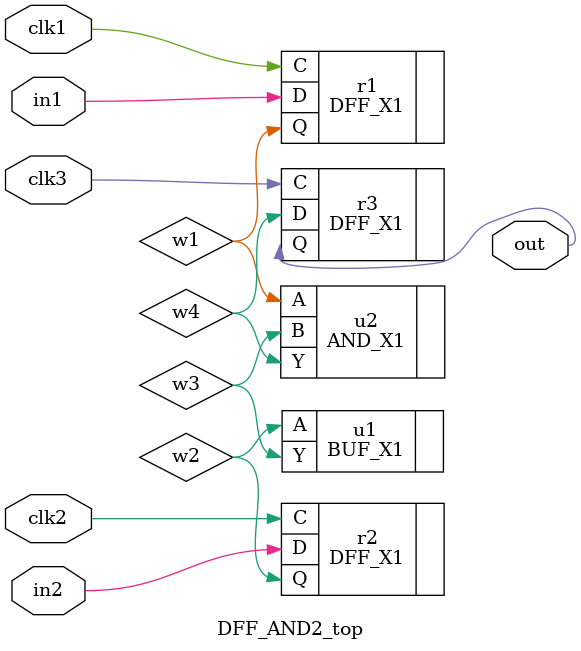
<source format=v>
 
module DFF_AND2_top (in1, in2, clk1, clk2, clk3, out);
  input in1, in2, clk1, clk2, clk3;
  output out;
  wire w1, w2, w3, w4;

  DFF_X1 r1 (.D(in1), .C(clk1), .Q(w1));
  DFF_X1 r2 (.D(in2), .C(clk2), .Q(w2));
  BUF_X1 u1 (.A(w2), .Y(w3));
  AND_X1 u2 (.A(w1), .B(w3), .Y(w4));
  DFF_X1 r3 (.D(w4), .C(clk3), .Q(out));
endmodule 
</source>
